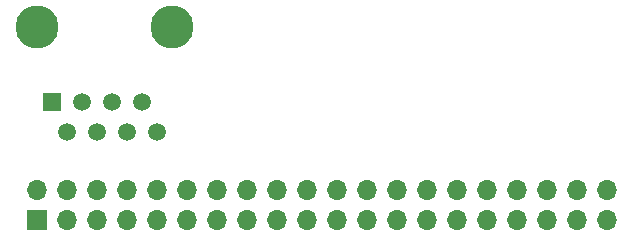
<source format=gbr>
G04 #@! TF.FileFunction,Soldermask,Bot*
%FSLAX46Y46*%
G04 Gerber Fmt 4.6, Leading zero omitted, Abs format (unit mm)*
G04 Created by KiCad (PCBNEW 4.0.7) date 11/27/17 08:23:02*
%MOMM*%
%LPD*%
G01*
G04 APERTURE LIST*
%ADD10C,0.076200*%
%ADD11C,3.650000*%
%ADD12R,1.500000X1.500000*%
%ADD13C,1.500000*%
%ADD14R,1.700000X1.700000*%
%ADD15O,1.700000X1.700000*%
G04 APERTURE END LIST*
D10*
D11*
X175864600Y-29862000D03*
X164434600Y-29862000D03*
D12*
X165704600Y-36212000D03*
D13*
X166974600Y-38752000D03*
X168244600Y-36212000D03*
X169514600Y-38752000D03*
X170784600Y-36212000D03*
X172054600Y-38752000D03*
X173324600Y-36212000D03*
X174594600Y-38752000D03*
D14*
X164470000Y-46230000D03*
D15*
X164470000Y-43690000D03*
X167010000Y-46230000D03*
X167010000Y-43690000D03*
X169550000Y-46230000D03*
X169550000Y-43690000D03*
X172090000Y-46230000D03*
X172090000Y-43690000D03*
X174630000Y-46230000D03*
X174630000Y-43690000D03*
X177170000Y-46230000D03*
X177170000Y-43690000D03*
X179710000Y-46230000D03*
X179710000Y-43690000D03*
X182250000Y-46230000D03*
X182250000Y-43690000D03*
X184790000Y-46230000D03*
X184790000Y-43690000D03*
X187330000Y-46230000D03*
X187330000Y-43690000D03*
X189870000Y-46230000D03*
X189870000Y-43690000D03*
X192410000Y-46230000D03*
X192410000Y-43690000D03*
X194950000Y-46230000D03*
X194950000Y-43690000D03*
X197490000Y-46230000D03*
X197490000Y-43690000D03*
X200030000Y-46230000D03*
X200030000Y-43690000D03*
X202570000Y-46230000D03*
X202570000Y-43690000D03*
X205110000Y-46230000D03*
X205110000Y-43690000D03*
X207650000Y-46230000D03*
X207650000Y-43690000D03*
X210190000Y-46230000D03*
X210190000Y-43690000D03*
X212730000Y-46230000D03*
X212730000Y-43690000D03*
M02*

</source>
